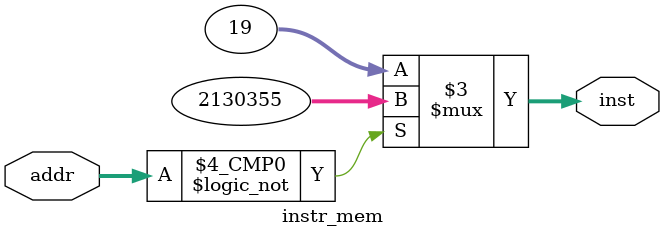
<source format=v>


//    // 32 instructions max (for now)
//    reg [31:0] memory [0:31];

//    // word aligned access
//    wire [4:0] word_addr = addr[6:2];

//    assign inst = memory[word_addr];

//    //--------------------------------------------------
//    // Example instructions (R-type only)
//    //--------------------------------------------------
//    initial begin
//        // add x6, x8, x9
//        memory[0] = 32'h00940333;

//        // sub x7, x18, x19
//        memory[1] = 32'h413903b3;

//        // xor x28, x22, x23
//        memory[2] = 32'h017b4e33;

//        // and x31, x12, x13
//        memory[3] = 32'h00d67fb3;
//    end

//endmodule

//`default_nettype wire

`timescale 1ns / 1ps
`default_nettype none

module instr_mem (
    input  wire [31:0] addr,
    output reg  [31:0] inst
);

always @(*) begin
    case(addr)

        32'd0: inst = 32'h002081B3; // add x3,x1,x2

        default: inst = 32'h00000013; // nop
    endcase
end

endmodule

`default_nettype wire

</source>
